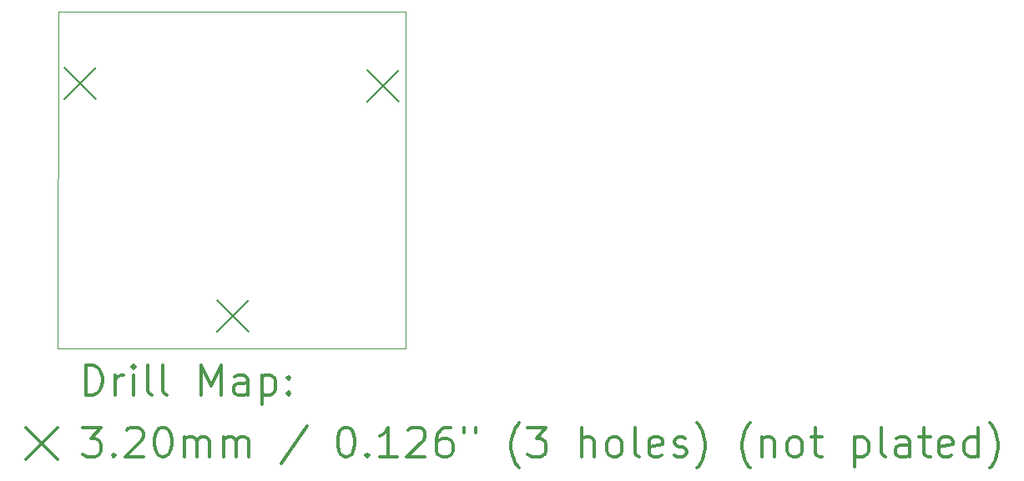
<source format=gbr>
%FSLAX45Y45*%
G04 Gerber Fmt 4.5, Leading zero omitted, Abs format (unit mm)*
G04 Created by KiCad (PCBNEW (5.1.9)-1) date 2021-06-07 18:16:48*
%MOMM*%
%LPD*%
G01*
G04 APERTURE LIST*
%TA.AperFunction,Profile*%
%ADD10C,0.050000*%
%TD*%
%ADD11C,0.200000*%
%ADD12C,0.300000*%
G04 APERTURE END LIST*
D10*
X17753584Y-11251184D02*
X17753076Y-7824216D01*
X14229588Y-7826756D02*
X17753076Y-7824216D01*
X14226032Y-11247628D02*
X14229588Y-7826756D01*
X17753584Y-11251184D02*
X14226032Y-11247628D01*
D11*
X14292600Y-8399800D02*
X14612600Y-8719800D01*
X14612600Y-8399800D02*
X14292600Y-8719800D01*
X15842000Y-10762000D02*
X16162000Y-11082000D01*
X16162000Y-10762000D02*
X15842000Y-11082000D01*
X17366000Y-8425200D02*
X17686000Y-8745200D01*
X17686000Y-8425200D02*
X17366000Y-8745200D01*
D12*
X14509960Y-11719398D02*
X14509960Y-11419398D01*
X14581389Y-11419398D01*
X14624246Y-11433684D01*
X14652818Y-11462255D01*
X14667103Y-11490827D01*
X14681389Y-11547970D01*
X14681389Y-11590827D01*
X14667103Y-11647970D01*
X14652818Y-11676541D01*
X14624246Y-11705113D01*
X14581389Y-11719398D01*
X14509960Y-11719398D01*
X14809960Y-11719398D02*
X14809960Y-11519398D01*
X14809960Y-11576541D02*
X14824246Y-11547970D01*
X14838532Y-11533684D01*
X14867103Y-11519398D01*
X14895675Y-11519398D01*
X14995675Y-11719398D02*
X14995675Y-11519398D01*
X14995675Y-11419398D02*
X14981389Y-11433684D01*
X14995675Y-11447970D01*
X15009960Y-11433684D01*
X14995675Y-11419398D01*
X14995675Y-11447970D01*
X15181389Y-11719398D02*
X15152818Y-11705113D01*
X15138532Y-11676541D01*
X15138532Y-11419398D01*
X15338532Y-11719398D02*
X15309960Y-11705113D01*
X15295675Y-11676541D01*
X15295675Y-11419398D01*
X15681389Y-11719398D02*
X15681389Y-11419398D01*
X15781389Y-11633684D01*
X15881389Y-11419398D01*
X15881389Y-11719398D01*
X16152818Y-11719398D02*
X16152818Y-11562255D01*
X16138532Y-11533684D01*
X16109960Y-11519398D01*
X16052818Y-11519398D01*
X16024246Y-11533684D01*
X16152818Y-11705113D02*
X16124246Y-11719398D01*
X16052818Y-11719398D01*
X16024246Y-11705113D01*
X16009960Y-11676541D01*
X16009960Y-11647970D01*
X16024246Y-11619398D01*
X16052818Y-11605113D01*
X16124246Y-11605113D01*
X16152818Y-11590827D01*
X16295675Y-11519398D02*
X16295675Y-11819398D01*
X16295675Y-11533684D02*
X16324246Y-11519398D01*
X16381389Y-11519398D01*
X16409960Y-11533684D01*
X16424246Y-11547970D01*
X16438532Y-11576541D01*
X16438532Y-11662255D01*
X16424246Y-11690827D01*
X16409960Y-11705113D01*
X16381389Y-11719398D01*
X16324246Y-11719398D01*
X16295675Y-11705113D01*
X16567103Y-11690827D02*
X16581389Y-11705113D01*
X16567103Y-11719398D01*
X16552818Y-11705113D01*
X16567103Y-11690827D01*
X16567103Y-11719398D01*
X16567103Y-11533684D02*
X16581389Y-11547970D01*
X16567103Y-11562255D01*
X16552818Y-11547970D01*
X16567103Y-11533684D01*
X16567103Y-11562255D01*
X13903532Y-12053684D02*
X14223532Y-12373684D01*
X14223532Y-12053684D02*
X13903532Y-12373684D01*
X14481389Y-12049398D02*
X14667103Y-12049398D01*
X14567103Y-12163684D01*
X14609960Y-12163684D01*
X14638532Y-12177970D01*
X14652818Y-12192255D01*
X14667103Y-12220827D01*
X14667103Y-12292255D01*
X14652818Y-12320827D01*
X14638532Y-12335113D01*
X14609960Y-12349398D01*
X14524246Y-12349398D01*
X14495675Y-12335113D01*
X14481389Y-12320827D01*
X14795675Y-12320827D02*
X14809960Y-12335113D01*
X14795675Y-12349398D01*
X14781389Y-12335113D01*
X14795675Y-12320827D01*
X14795675Y-12349398D01*
X14924246Y-12077970D02*
X14938532Y-12063684D01*
X14967103Y-12049398D01*
X15038532Y-12049398D01*
X15067103Y-12063684D01*
X15081389Y-12077970D01*
X15095675Y-12106541D01*
X15095675Y-12135113D01*
X15081389Y-12177970D01*
X14909960Y-12349398D01*
X15095675Y-12349398D01*
X15281389Y-12049398D02*
X15309960Y-12049398D01*
X15338532Y-12063684D01*
X15352818Y-12077970D01*
X15367103Y-12106541D01*
X15381389Y-12163684D01*
X15381389Y-12235113D01*
X15367103Y-12292255D01*
X15352818Y-12320827D01*
X15338532Y-12335113D01*
X15309960Y-12349398D01*
X15281389Y-12349398D01*
X15252818Y-12335113D01*
X15238532Y-12320827D01*
X15224246Y-12292255D01*
X15209960Y-12235113D01*
X15209960Y-12163684D01*
X15224246Y-12106541D01*
X15238532Y-12077970D01*
X15252818Y-12063684D01*
X15281389Y-12049398D01*
X15509960Y-12349398D02*
X15509960Y-12149398D01*
X15509960Y-12177970D02*
X15524246Y-12163684D01*
X15552818Y-12149398D01*
X15595675Y-12149398D01*
X15624246Y-12163684D01*
X15638532Y-12192255D01*
X15638532Y-12349398D01*
X15638532Y-12192255D02*
X15652818Y-12163684D01*
X15681389Y-12149398D01*
X15724246Y-12149398D01*
X15752818Y-12163684D01*
X15767103Y-12192255D01*
X15767103Y-12349398D01*
X15909960Y-12349398D02*
X15909960Y-12149398D01*
X15909960Y-12177970D02*
X15924246Y-12163684D01*
X15952818Y-12149398D01*
X15995675Y-12149398D01*
X16024246Y-12163684D01*
X16038532Y-12192255D01*
X16038532Y-12349398D01*
X16038532Y-12192255D02*
X16052818Y-12163684D01*
X16081389Y-12149398D01*
X16124246Y-12149398D01*
X16152818Y-12163684D01*
X16167103Y-12192255D01*
X16167103Y-12349398D01*
X16752818Y-12035113D02*
X16495675Y-12420827D01*
X17138532Y-12049398D02*
X17167103Y-12049398D01*
X17195675Y-12063684D01*
X17209960Y-12077970D01*
X17224246Y-12106541D01*
X17238532Y-12163684D01*
X17238532Y-12235113D01*
X17224246Y-12292255D01*
X17209960Y-12320827D01*
X17195675Y-12335113D01*
X17167103Y-12349398D01*
X17138532Y-12349398D01*
X17109960Y-12335113D01*
X17095675Y-12320827D01*
X17081389Y-12292255D01*
X17067103Y-12235113D01*
X17067103Y-12163684D01*
X17081389Y-12106541D01*
X17095675Y-12077970D01*
X17109960Y-12063684D01*
X17138532Y-12049398D01*
X17367103Y-12320827D02*
X17381389Y-12335113D01*
X17367103Y-12349398D01*
X17352818Y-12335113D01*
X17367103Y-12320827D01*
X17367103Y-12349398D01*
X17667103Y-12349398D02*
X17495675Y-12349398D01*
X17581389Y-12349398D02*
X17581389Y-12049398D01*
X17552818Y-12092255D01*
X17524246Y-12120827D01*
X17495675Y-12135113D01*
X17781389Y-12077970D02*
X17795675Y-12063684D01*
X17824246Y-12049398D01*
X17895675Y-12049398D01*
X17924246Y-12063684D01*
X17938532Y-12077970D01*
X17952818Y-12106541D01*
X17952818Y-12135113D01*
X17938532Y-12177970D01*
X17767103Y-12349398D01*
X17952818Y-12349398D01*
X18209960Y-12049398D02*
X18152818Y-12049398D01*
X18124246Y-12063684D01*
X18109960Y-12077970D01*
X18081389Y-12120827D01*
X18067103Y-12177970D01*
X18067103Y-12292255D01*
X18081389Y-12320827D01*
X18095675Y-12335113D01*
X18124246Y-12349398D01*
X18181389Y-12349398D01*
X18209960Y-12335113D01*
X18224246Y-12320827D01*
X18238532Y-12292255D01*
X18238532Y-12220827D01*
X18224246Y-12192255D01*
X18209960Y-12177970D01*
X18181389Y-12163684D01*
X18124246Y-12163684D01*
X18095675Y-12177970D01*
X18081389Y-12192255D01*
X18067103Y-12220827D01*
X18352818Y-12049398D02*
X18352818Y-12106541D01*
X18467103Y-12049398D02*
X18467103Y-12106541D01*
X18909960Y-12463684D02*
X18895675Y-12449398D01*
X18867103Y-12406541D01*
X18852818Y-12377970D01*
X18838532Y-12335113D01*
X18824246Y-12263684D01*
X18824246Y-12206541D01*
X18838532Y-12135113D01*
X18852818Y-12092255D01*
X18867103Y-12063684D01*
X18895675Y-12020827D01*
X18909960Y-12006541D01*
X18995675Y-12049398D02*
X19181389Y-12049398D01*
X19081389Y-12163684D01*
X19124246Y-12163684D01*
X19152818Y-12177970D01*
X19167103Y-12192255D01*
X19181389Y-12220827D01*
X19181389Y-12292255D01*
X19167103Y-12320827D01*
X19152818Y-12335113D01*
X19124246Y-12349398D01*
X19038532Y-12349398D01*
X19009960Y-12335113D01*
X18995675Y-12320827D01*
X19538532Y-12349398D02*
X19538532Y-12049398D01*
X19667103Y-12349398D02*
X19667103Y-12192255D01*
X19652818Y-12163684D01*
X19624246Y-12149398D01*
X19581389Y-12149398D01*
X19552818Y-12163684D01*
X19538532Y-12177970D01*
X19852818Y-12349398D02*
X19824246Y-12335113D01*
X19809960Y-12320827D01*
X19795675Y-12292255D01*
X19795675Y-12206541D01*
X19809960Y-12177970D01*
X19824246Y-12163684D01*
X19852818Y-12149398D01*
X19895675Y-12149398D01*
X19924246Y-12163684D01*
X19938532Y-12177970D01*
X19952818Y-12206541D01*
X19952818Y-12292255D01*
X19938532Y-12320827D01*
X19924246Y-12335113D01*
X19895675Y-12349398D01*
X19852818Y-12349398D01*
X20124246Y-12349398D02*
X20095675Y-12335113D01*
X20081389Y-12306541D01*
X20081389Y-12049398D01*
X20352818Y-12335113D02*
X20324246Y-12349398D01*
X20267103Y-12349398D01*
X20238532Y-12335113D01*
X20224246Y-12306541D01*
X20224246Y-12192255D01*
X20238532Y-12163684D01*
X20267103Y-12149398D01*
X20324246Y-12149398D01*
X20352818Y-12163684D01*
X20367103Y-12192255D01*
X20367103Y-12220827D01*
X20224246Y-12249398D01*
X20481389Y-12335113D02*
X20509960Y-12349398D01*
X20567103Y-12349398D01*
X20595675Y-12335113D01*
X20609960Y-12306541D01*
X20609960Y-12292255D01*
X20595675Y-12263684D01*
X20567103Y-12249398D01*
X20524246Y-12249398D01*
X20495675Y-12235113D01*
X20481389Y-12206541D01*
X20481389Y-12192255D01*
X20495675Y-12163684D01*
X20524246Y-12149398D01*
X20567103Y-12149398D01*
X20595675Y-12163684D01*
X20709960Y-12463684D02*
X20724246Y-12449398D01*
X20752818Y-12406541D01*
X20767103Y-12377970D01*
X20781389Y-12335113D01*
X20795675Y-12263684D01*
X20795675Y-12206541D01*
X20781389Y-12135113D01*
X20767103Y-12092255D01*
X20752818Y-12063684D01*
X20724246Y-12020827D01*
X20709960Y-12006541D01*
X21252818Y-12463684D02*
X21238532Y-12449398D01*
X21209960Y-12406541D01*
X21195675Y-12377970D01*
X21181389Y-12335113D01*
X21167103Y-12263684D01*
X21167103Y-12206541D01*
X21181389Y-12135113D01*
X21195675Y-12092255D01*
X21209960Y-12063684D01*
X21238532Y-12020827D01*
X21252818Y-12006541D01*
X21367103Y-12149398D02*
X21367103Y-12349398D01*
X21367103Y-12177970D02*
X21381389Y-12163684D01*
X21409960Y-12149398D01*
X21452818Y-12149398D01*
X21481389Y-12163684D01*
X21495675Y-12192255D01*
X21495675Y-12349398D01*
X21681389Y-12349398D02*
X21652818Y-12335113D01*
X21638532Y-12320827D01*
X21624246Y-12292255D01*
X21624246Y-12206541D01*
X21638532Y-12177970D01*
X21652818Y-12163684D01*
X21681389Y-12149398D01*
X21724246Y-12149398D01*
X21752818Y-12163684D01*
X21767103Y-12177970D01*
X21781389Y-12206541D01*
X21781389Y-12292255D01*
X21767103Y-12320827D01*
X21752818Y-12335113D01*
X21724246Y-12349398D01*
X21681389Y-12349398D01*
X21867103Y-12149398D02*
X21981389Y-12149398D01*
X21909960Y-12049398D02*
X21909960Y-12306541D01*
X21924246Y-12335113D01*
X21952818Y-12349398D01*
X21981389Y-12349398D01*
X22309960Y-12149398D02*
X22309960Y-12449398D01*
X22309960Y-12163684D02*
X22338532Y-12149398D01*
X22395675Y-12149398D01*
X22424246Y-12163684D01*
X22438532Y-12177970D01*
X22452818Y-12206541D01*
X22452818Y-12292255D01*
X22438532Y-12320827D01*
X22424246Y-12335113D01*
X22395675Y-12349398D01*
X22338532Y-12349398D01*
X22309960Y-12335113D01*
X22624246Y-12349398D02*
X22595675Y-12335113D01*
X22581389Y-12306541D01*
X22581389Y-12049398D01*
X22867103Y-12349398D02*
X22867103Y-12192255D01*
X22852818Y-12163684D01*
X22824246Y-12149398D01*
X22767103Y-12149398D01*
X22738532Y-12163684D01*
X22867103Y-12335113D02*
X22838532Y-12349398D01*
X22767103Y-12349398D01*
X22738532Y-12335113D01*
X22724246Y-12306541D01*
X22724246Y-12277970D01*
X22738532Y-12249398D01*
X22767103Y-12235113D01*
X22838532Y-12235113D01*
X22867103Y-12220827D01*
X22967103Y-12149398D02*
X23081389Y-12149398D01*
X23009960Y-12049398D02*
X23009960Y-12306541D01*
X23024246Y-12335113D01*
X23052818Y-12349398D01*
X23081389Y-12349398D01*
X23295675Y-12335113D02*
X23267103Y-12349398D01*
X23209960Y-12349398D01*
X23181389Y-12335113D01*
X23167103Y-12306541D01*
X23167103Y-12192255D01*
X23181389Y-12163684D01*
X23209960Y-12149398D01*
X23267103Y-12149398D01*
X23295675Y-12163684D01*
X23309960Y-12192255D01*
X23309960Y-12220827D01*
X23167103Y-12249398D01*
X23567103Y-12349398D02*
X23567103Y-12049398D01*
X23567103Y-12335113D02*
X23538532Y-12349398D01*
X23481389Y-12349398D01*
X23452818Y-12335113D01*
X23438532Y-12320827D01*
X23424246Y-12292255D01*
X23424246Y-12206541D01*
X23438532Y-12177970D01*
X23452818Y-12163684D01*
X23481389Y-12149398D01*
X23538532Y-12149398D01*
X23567103Y-12163684D01*
X23681389Y-12463684D02*
X23695675Y-12449398D01*
X23724246Y-12406541D01*
X23738532Y-12377970D01*
X23752818Y-12335113D01*
X23767103Y-12263684D01*
X23767103Y-12206541D01*
X23752818Y-12135113D01*
X23738532Y-12092255D01*
X23724246Y-12063684D01*
X23695675Y-12020827D01*
X23681389Y-12006541D01*
M02*

</source>
